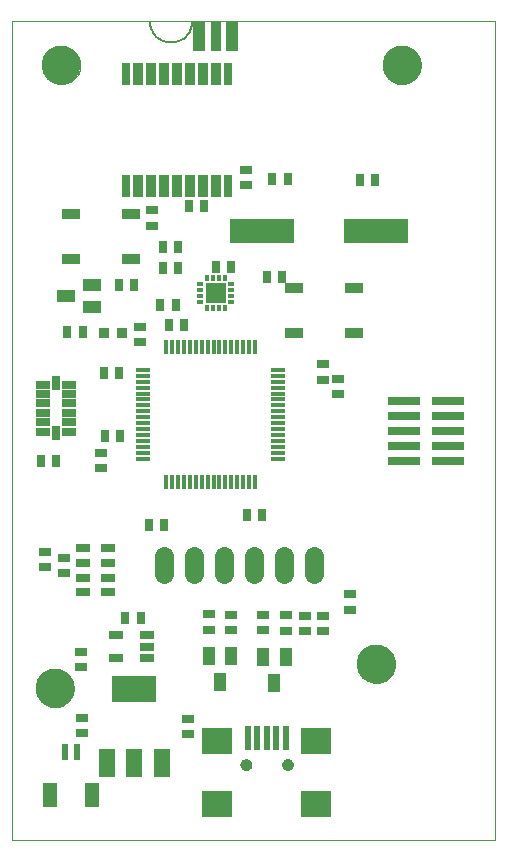
<source format=gts>
G75*
G70*
%OFA0B0*%
%FSLAX24Y24*%
%IPPOS*%
%LPD*%
%AMOC8*
5,1,8,0,0,1.08239X$1,22.5*
%
%ADD10C,0.0000*%
%ADD11C,0.1300*%
%ADD12R,0.0491X0.0257*%
%ADD13R,0.0257X0.0491*%
%ADD14R,0.0453X0.0257*%
%ADD15R,0.0394X0.0316*%
%ADD16R,0.0355X0.0749*%
%ADD17R,0.0316X0.0749*%
%ADD18R,0.0158X0.0512*%
%ADD19R,0.0512X0.0158*%
%ADD20R,0.0520X0.0920*%
%ADD21R,0.1457X0.0906*%
%ADD22R,0.0512X0.0257*%
%ADD23R,0.1024X0.0906*%
%ADD24R,0.0237X0.0827*%
%ADD25C,0.0394*%
%ADD26R,0.0138X0.0197*%
%ADD27R,0.0670X0.0670*%
%ADD28R,0.0197X0.0138*%
%ADD29C,0.0640*%
%ADD30R,0.0316X0.0394*%
%ADD31R,0.2140X0.0800*%
%ADD32R,0.0640X0.0340*%
%ADD33R,0.0591X0.0434*%
%ADD34R,0.0434X0.0591*%
%ADD35R,0.1064X0.0296*%
%ADD36R,0.0355X0.0355*%
%ADD37R,0.0512X0.0827*%
%ADD38R,0.0237X0.0571*%
%ADD39C,0.0050*%
%ADD40R,0.0355X0.1024*%
%ADD41R,0.0434X0.1024*%
D10*
X005729Y003024D02*
X005729Y030339D01*
X021839Y030339D01*
X021819Y003024D01*
X005729Y003024D01*
X006524Y008099D02*
X006526Y008149D01*
X006532Y008199D01*
X006542Y008248D01*
X006556Y008296D01*
X006573Y008343D01*
X006594Y008388D01*
X006619Y008432D01*
X006647Y008473D01*
X006679Y008512D01*
X006713Y008549D01*
X006750Y008583D01*
X006790Y008613D01*
X006832Y008640D01*
X006876Y008664D01*
X006922Y008685D01*
X006969Y008701D01*
X007017Y008714D01*
X007067Y008723D01*
X007116Y008728D01*
X007167Y008729D01*
X007217Y008726D01*
X007266Y008719D01*
X007315Y008708D01*
X007363Y008693D01*
X007409Y008675D01*
X007454Y008653D01*
X007497Y008627D01*
X007538Y008598D01*
X007577Y008566D01*
X007613Y008531D01*
X007645Y008493D01*
X007675Y008453D01*
X007702Y008410D01*
X007725Y008366D01*
X007744Y008320D01*
X007760Y008272D01*
X007772Y008223D01*
X007780Y008174D01*
X007784Y008124D01*
X007784Y008074D01*
X007780Y008024D01*
X007772Y007975D01*
X007760Y007926D01*
X007744Y007878D01*
X007725Y007832D01*
X007702Y007788D01*
X007675Y007745D01*
X007645Y007705D01*
X007613Y007667D01*
X007577Y007632D01*
X007538Y007600D01*
X007497Y007571D01*
X007454Y007545D01*
X007409Y007523D01*
X007363Y007505D01*
X007315Y007490D01*
X007266Y007479D01*
X007217Y007472D01*
X007167Y007469D01*
X007116Y007470D01*
X007067Y007475D01*
X007017Y007484D01*
X006969Y007497D01*
X006922Y007513D01*
X006876Y007534D01*
X006832Y007558D01*
X006790Y007585D01*
X006750Y007615D01*
X006713Y007649D01*
X006679Y007686D01*
X006647Y007725D01*
X006619Y007766D01*
X006594Y007810D01*
X006573Y007855D01*
X006556Y007902D01*
X006542Y007950D01*
X006532Y007999D01*
X006526Y008049D01*
X006524Y008099D01*
X013355Y005552D02*
X013357Y005578D01*
X013363Y005604D01*
X013373Y005629D01*
X013386Y005652D01*
X013402Y005672D01*
X013422Y005690D01*
X013444Y005705D01*
X013467Y005717D01*
X013493Y005725D01*
X013519Y005729D01*
X013545Y005729D01*
X013571Y005725D01*
X013597Y005717D01*
X013621Y005705D01*
X013642Y005690D01*
X013662Y005672D01*
X013678Y005652D01*
X013691Y005629D01*
X013701Y005604D01*
X013707Y005578D01*
X013709Y005552D01*
X013707Y005526D01*
X013701Y005500D01*
X013691Y005475D01*
X013678Y005452D01*
X013662Y005432D01*
X013642Y005414D01*
X013620Y005399D01*
X013597Y005387D01*
X013571Y005379D01*
X013545Y005375D01*
X013519Y005375D01*
X013493Y005379D01*
X013467Y005387D01*
X013443Y005399D01*
X013422Y005414D01*
X013402Y005432D01*
X013386Y005452D01*
X013373Y005475D01*
X013363Y005500D01*
X013357Y005526D01*
X013355Y005552D01*
X014733Y005552D02*
X014735Y005578D01*
X014741Y005604D01*
X014751Y005629D01*
X014764Y005652D01*
X014780Y005672D01*
X014800Y005690D01*
X014822Y005705D01*
X014845Y005717D01*
X014871Y005725D01*
X014897Y005729D01*
X014923Y005729D01*
X014949Y005725D01*
X014975Y005717D01*
X014999Y005705D01*
X015020Y005690D01*
X015040Y005672D01*
X015056Y005652D01*
X015069Y005629D01*
X015079Y005604D01*
X015085Y005578D01*
X015087Y005552D01*
X015085Y005526D01*
X015079Y005500D01*
X015069Y005475D01*
X015056Y005452D01*
X015040Y005432D01*
X015020Y005414D01*
X014998Y005399D01*
X014975Y005387D01*
X014949Y005379D01*
X014923Y005375D01*
X014897Y005375D01*
X014871Y005379D01*
X014845Y005387D01*
X014821Y005399D01*
X014800Y005414D01*
X014780Y005432D01*
X014764Y005452D01*
X014751Y005475D01*
X014741Y005500D01*
X014735Y005526D01*
X014733Y005552D01*
X017237Y008910D02*
X017239Y008960D01*
X017245Y009010D01*
X017255Y009059D01*
X017269Y009107D01*
X017286Y009154D01*
X017307Y009199D01*
X017332Y009243D01*
X017360Y009284D01*
X017392Y009323D01*
X017426Y009360D01*
X017463Y009394D01*
X017503Y009424D01*
X017545Y009451D01*
X017589Y009475D01*
X017635Y009496D01*
X017682Y009512D01*
X017730Y009525D01*
X017780Y009534D01*
X017829Y009539D01*
X017880Y009540D01*
X017930Y009537D01*
X017979Y009530D01*
X018028Y009519D01*
X018076Y009504D01*
X018122Y009486D01*
X018167Y009464D01*
X018210Y009438D01*
X018251Y009409D01*
X018290Y009377D01*
X018326Y009342D01*
X018358Y009304D01*
X018388Y009264D01*
X018415Y009221D01*
X018438Y009177D01*
X018457Y009131D01*
X018473Y009083D01*
X018485Y009034D01*
X018493Y008985D01*
X018497Y008935D01*
X018497Y008885D01*
X018493Y008835D01*
X018485Y008786D01*
X018473Y008737D01*
X018457Y008689D01*
X018438Y008643D01*
X018415Y008599D01*
X018388Y008556D01*
X018358Y008516D01*
X018326Y008478D01*
X018290Y008443D01*
X018251Y008411D01*
X018210Y008382D01*
X018167Y008356D01*
X018122Y008334D01*
X018076Y008316D01*
X018028Y008301D01*
X017979Y008290D01*
X017930Y008283D01*
X017880Y008280D01*
X017829Y008281D01*
X017780Y008286D01*
X017730Y008295D01*
X017682Y008308D01*
X017635Y008324D01*
X017589Y008345D01*
X017545Y008369D01*
X017503Y008396D01*
X017463Y008426D01*
X017426Y008460D01*
X017392Y008497D01*
X017360Y008536D01*
X017332Y008577D01*
X017307Y008621D01*
X017286Y008666D01*
X017269Y008713D01*
X017255Y008761D01*
X017245Y008810D01*
X017239Y008860D01*
X017237Y008910D01*
X018091Y028867D02*
X018093Y028917D01*
X018099Y028967D01*
X018109Y029016D01*
X018123Y029064D01*
X018140Y029111D01*
X018161Y029156D01*
X018186Y029200D01*
X018214Y029241D01*
X018246Y029280D01*
X018280Y029317D01*
X018317Y029351D01*
X018357Y029381D01*
X018399Y029408D01*
X018443Y029432D01*
X018489Y029453D01*
X018536Y029469D01*
X018584Y029482D01*
X018634Y029491D01*
X018683Y029496D01*
X018734Y029497D01*
X018784Y029494D01*
X018833Y029487D01*
X018882Y029476D01*
X018930Y029461D01*
X018976Y029443D01*
X019021Y029421D01*
X019064Y029395D01*
X019105Y029366D01*
X019144Y029334D01*
X019180Y029299D01*
X019212Y029261D01*
X019242Y029221D01*
X019269Y029178D01*
X019292Y029134D01*
X019311Y029088D01*
X019327Y029040D01*
X019339Y028991D01*
X019347Y028942D01*
X019351Y028892D01*
X019351Y028842D01*
X019347Y028792D01*
X019339Y028743D01*
X019327Y028694D01*
X019311Y028646D01*
X019292Y028600D01*
X019269Y028556D01*
X019242Y028513D01*
X019212Y028473D01*
X019180Y028435D01*
X019144Y028400D01*
X019105Y028368D01*
X019064Y028339D01*
X019021Y028313D01*
X018976Y028291D01*
X018930Y028273D01*
X018882Y028258D01*
X018833Y028247D01*
X018784Y028240D01*
X018734Y028237D01*
X018683Y028238D01*
X018634Y028243D01*
X018584Y028252D01*
X018536Y028265D01*
X018489Y028281D01*
X018443Y028302D01*
X018399Y028326D01*
X018357Y028353D01*
X018317Y028383D01*
X018280Y028417D01*
X018246Y028454D01*
X018214Y028493D01*
X018186Y028534D01*
X018161Y028578D01*
X018140Y028623D01*
X018123Y028670D01*
X018109Y028718D01*
X018099Y028767D01*
X018093Y028817D01*
X018091Y028867D01*
X006744Y028867D02*
X006746Y028917D01*
X006752Y028967D01*
X006762Y029016D01*
X006776Y029064D01*
X006793Y029111D01*
X006814Y029156D01*
X006839Y029200D01*
X006867Y029241D01*
X006899Y029280D01*
X006933Y029317D01*
X006970Y029351D01*
X007010Y029381D01*
X007052Y029408D01*
X007096Y029432D01*
X007142Y029453D01*
X007189Y029469D01*
X007237Y029482D01*
X007287Y029491D01*
X007336Y029496D01*
X007387Y029497D01*
X007437Y029494D01*
X007486Y029487D01*
X007535Y029476D01*
X007583Y029461D01*
X007629Y029443D01*
X007674Y029421D01*
X007717Y029395D01*
X007758Y029366D01*
X007797Y029334D01*
X007833Y029299D01*
X007865Y029261D01*
X007895Y029221D01*
X007922Y029178D01*
X007945Y029134D01*
X007964Y029088D01*
X007980Y029040D01*
X007992Y028991D01*
X008000Y028942D01*
X008004Y028892D01*
X008004Y028842D01*
X008000Y028792D01*
X007992Y028743D01*
X007980Y028694D01*
X007964Y028646D01*
X007945Y028600D01*
X007922Y028556D01*
X007895Y028513D01*
X007865Y028473D01*
X007833Y028435D01*
X007797Y028400D01*
X007758Y028368D01*
X007717Y028339D01*
X007674Y028313D01*
X007629Y028291D01*
X007583Y028273D01*
X007535Y028258D01*
X007486Y028247D01*
X007437Y028240D01*
X007387Y028237D01*
X007336Y028238D01*
X007287Y028243D01*
X007237Y028252D01*
X007189Y028265D01*
X007142Y028281D01*
X007096Y028302D01*
X007052Y028326D01*
X007010Y028353D01*
X006970Y028383D01*
X006933Y028417D01*
X006899Y028454D01*
X006867Y028493D01*
X006839Y028534D01*
X006814Y028578D01*
X006793Y028623D01*
X006776Y028670D01*
X006762Y028718D01*
X006752Y028767D01*
X006746Y028817D01*
X006744Y028867D01*
D11*
X007374Y028867D03*
X018721Y028867D03*
X017867Y008910D03*
X007154Y008099D03*
D12*
X006748Y016646D03*
X006748Y016961D03*
X006748Y017276D03*
X006748Y017591D03*
X006748Y017906D03*
X006748Y018221D03*
X007613Y018221D03*
X007615Y017906D03*
X007615Y017591D03*
X007615Y017276D03*
X007615Y016961D03*
X007615Y016646D03*
D13*
X007181Y016607D03*
X007181Y018260D03*
D14*
X008099Y012768D03*
X008099Y012276D03*
X008099Y011784D03*
X008099Y011292D03*
X008926Y011292D03*
X008926Y011784D03*
X008926Y012276D03*
X008926Y012768D03*
D15*
X007453Y012437D03*
X007453Y011926D03*
X006823Y012138D03*
X006823Y012650D03*
X008681Y015433D03*
X008681Y015945D03*
X009993Y019634D03*
X009993Y020146D03*
X010403Y023517D03*
X010403Y024029D03*
X013511Y024877D03*
X013511Y025389D03*
X016095Y018902D03*
X016095Y018390D03*
X016587Y018406D03*
X016587Y017894D03*
X017008Y011229D03*
X017008Y010717D03*
X016087Y010512D03*
X016087Y010000D03*
X015504Y010000D03*
X015504Y010512D03*
X014843Y010532D03*
X014843Y010020D03*
X014095Y010028D03*
X014095Y010540D03*
X013032Y010548D03*
X013032Y010036D03*
X012284Y010052D03*
X012284Y010563D03*
X011583Y007071D03*
X011583Y006559D03*
X008044Y006611D03*
X008044Y007122D03*
X008036Y008792D03*
X008036Y009304D03*
D16*
X009928Y024833D03*
X010361Y024833D03*
X010794Y024833D03*
X011227Y024833D03*
X011660Y024833D03*
X012093Y024833D03*
X012526Y024833D03*
X012526Y028573D03*
X012093Y028573D03*
X011660Y028573D03*
X011227Y028573D03*
X010794Y028573D03*
X010361Y028573D03*
X009928Y028573D03*
D17*
X009515Y028573D03*
X009515Y024833D03*
X012940Y024833D03*
X012940Y028573D03*
D18*
X013036Y019477D03*
X013233Y019477D03*
X013430Y019477D03*
X013626Y019477D03*
X013823Y019477D03*
X012839Y019477D03*
X012642Y019477D03*
X012445Y019477D03*
X012248Y019477D03*
X012052Y019477D03*
X011855Y019477D03*
X011658Y019477D03*
X011461Y019477D03*
X011264Y019477D03*
X011067Y019477D03*
X010870Y019477D03*
X010870Y014989D03*
X011067Y014989D03*
X011264Y014989D03*
X011461Y014989D03*
X011658Y014989D03*
X011855Y014989D03*
X012052Y014989D03*
X012248Y014989D03*
X012445Y014989D03*
X012642Y014989D03*
X012839Y014989D03*
X013036Y014989D03*
X013233Y014989D03*
X013430Y014989D03*
X013626Y014989D03*
X013823Y014989D03*
D19*
X014591Y015756D03*
X014591Y015953D03*
X014591Y016150D03*
X014591Y016347D03*
X014591Y016544D03*
X014591Y016741D03*
X014591Y016937D03*
X014591Y017134D03*
X014591Y017331D03*
X014591Y017528D03*
X014591Y017725D03*
X014591Y017922D03*
X014591Y018119D03*
X014591Y018315D03*
X014591Y018512D03*
X014591Y018709D03*
X010103Y018709D03*
X010103Y018512D03*
X010103Y018315D03*
X010103Y018119D03*
X010103Y017922D03*
X010103Y017725D03*
X010103Y017528D03*
X010103Y017331D03*
X010103Y017134D03*
X010103Y016937D03*
X010103Y016741D03*
X010103Y016544D03*
X010103Y016347D03*
X010103Y016150D03*
X010103Y015953D03*
X010103Y015756D03*
D20*
X009804Y005619D03*
X010714Y005619D03*
X008894Y005619D03*
D21*
X009804Y008059D03*
D22*
X010217Y009115D03*
X010217Y009489D03*
X010217Y009863D03*
X009193Y009863D03*
X009193Y009115D03*
D23*
X012567Y006339D03*
X012567Y004252D03*
X015874Y004252D03*
X015874Y006339D03*
D24*
X014851Y006437D03*
X014536Y006437D03*
X014221Y006437D03*
X013906Y006437D03*
X013591Y006437D03*
D25*
X013532Y005552D03*
X014910Y005552D03*
D26*
X012815Y020760D03*
X012619Y020760D03*
X012422Y020760D03*
X012225Y020760D03*
X012225Y021784D03*
X012422Y021784D03*
X012619Y021784D03*
X012815Y021784D03*
D27*
X012520Y021272D03*
D28*
X012008Y021174D03*
X012008Y021370D03*
X012008Y021567D03*
X012008Y020977D03*
X013032Y020977D03*
X013032Y021174D03*
X013032Y021370D03*
X013032Y021567D03*
D29*
X012796Y012509D02*
X012796Y011909D01*
X011796Y011909D02*
X011796Y012509D01*
X010796Y012509D02*
X010796Y011909D01*
X013796Y011909D02*
X013796Y012509D01*
X014796Y012509D02*
X014796Y011909D01*
X015796Y011909D02*
X015796Y012509D01*
D30*
X014059Y013890D03*
X013548Y013890D03*
X010792Y013548D03*
X010280Y013548D03*
X010012Y010453D03*
X009500Y010453D03*
X007197Y015689D03*
X006685Y015689D03*
X008819Y016520D03*
X009331Y016520D03*
X009296Y018599D03*
X008784Y018599D03*
X008079Y019965D03*
X007567Y019965D03*
X009284Y021540D03*
X009796Y021540D03*
X010666Y020890D03*
X011178Y020890D03*
X010957Y020193D03*
X011469Y020193D03*
X011272Y022122D03*
X010760Y022122D03*
X010752Y022811D03*
X011264Y022811D03*
X011621Y024163D03*
X012133Y024163D03*
X012516Y022142D03*
X013028Y022142D03*
X014213Y021804D03*
X014725Y021804D03*
X014914Y025063D03*
X014402Y025063D03*
X017315Y025032D03*
X017827Y025032D03*
D31*
X017853Y023339D03*
X014053Y023339D03*
D32*
X015134Y021424D03*
X015134Y019924D03*
X017134Y019924D03*
X017134Y021424D03*
X009707Y022402D03*
X009707Y023902D03*
X007707Y023902D03*
X007707Y022402D03*
D33*
X008406Y021548D03*
X008406Y020800D03*
X007540Y021174D03*
D34*
X012280Y009166D03*
X013028Y009166D03*
X012654Y008300D03*
X014095Y009126D03*
X014469Y008260D03*
X014843Y009126D03*
D35*
X018804Y015662D03*
X018804Y016162D03*
X018804Y016662D03*
X018804Y017162D03*
X018804Y017662D03*
X020260Y017662D03*
X020260Y017162D03*
X020260Y016662D03*
X020260Y016162D03*
X020260Y015662D03*
D36*
X009390Y019933D03*
X008800Y019933D03*
D37*
X008402Y004526D03*
X006985Y004526D03*
D38*
X007496Y005973D03*
X007890Y005973D03*
D39*
X010321Y030333D02*
X010323Y030281D01*
X010329Y030230D01*
X010338Y030179D01*
X010351Y030129D01*
X010368Y030080D01*
X010388Y030032D01*
X010412Y029986D01*
X010439Y029942D01*
X010469Y029900D01*
X010502Y029860D01*
X010538Y029823D01*
X010576Y029788D01*
X010617Y029756D01*
X010661Y029728D01*
X010706Y029702D01*
X010753Y029680D01*
X010801Y029662D01*
X010851Y029647D01*
X010901Y029636D01*
X010952Y029628D01*
X011004Y029624D01*
X011056Y029624D01*
X011108Y029628D01*
X011159Y029636D01*
X011209Y029647D01*
X011259Y029662D01*
X011307Y029680D01*
X011354Y029702D01*
X011399Y029728D01*
X011443Y029756D01*
X011484Y029788D01*
X011522Y029823D01*
X011558Y029860D01*
X011591Y029900D01*
X011621Y029942D01*
X011648Y029986D01*
X011672Y030032D01*
X011692Y030080D01*
X011709Y030129D01*
X011722Y030179D01*
X011731Y030230D01*
X011737Y030281D01*
X011739Y030333D01*
D40*
X012526Y029833D03*
D41*
X011975Y029833D03*
X013058Y029833D03*
M02*

</source>
